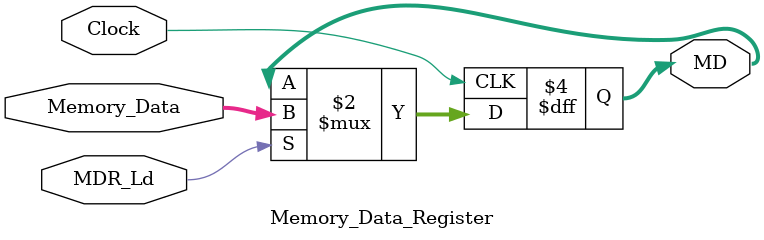
<source format=v>
module Memory_Data_Register (
							output reg [31:0] MD,
							input [31:0] Memory_Data,
							input MDR_Ld,
							input Clock
							);
	always @ (negedge Clock)
		begin
		if (MDR_Ld)
			begin
			MD <= Memory_Data;
			end
		end
endmodule
</source>
